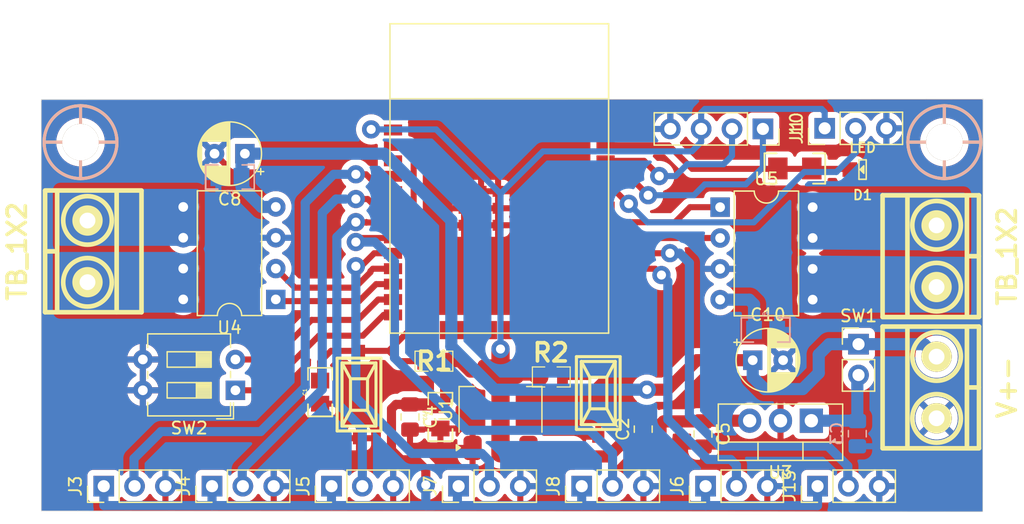
<source format=kicad_pcb>
(kicad_pcb (version 20240108) (generator "pcbnew") (generator_version "8.0")
  (layers (0 "F.Cu" signal) (31 "B.Cu" signal) (34 "B.Paste" user) (35 "F.Paste" user) (36 "B.SilkS" user "B.Silkscreen") (37 "F.SilkS" user "F.Silkscreen") (38 "B.Mask" user) (39 "F.Mask" user) (44 "Edge.Cuts" user))
  (net 0 "")
  (net 1 "GND")
  (net 2 "/EN")
  (net 3 "+5V")
  (net 4 "+3V3")
  (net 5 "VCC")
  (net 6 "/TXD")
  (net 7 "/RXD")
  (net 8 "/OUTM1A")
  (net 9 "/OUTM1B")
  (net 10 "/OUTM2A")
  (net 11 "/OUTM2B")
  (net 12 "/IOO")
  (net 25 "/M1B")
  (net 26 "/M1A")
  (net 27 "/M2B")
  (net 28 "/M2A")
  (net 29 "/SERVO")
  (net 30 "/Sensor1")
  (net 31 "/Sensor2")
  (net 32 "/Sensor3")
  (net 33 "/Sensor6")
  (net 34 "/Sensor4")
  (net 35 "/Sensor5")
  (net 36 "/Sensor7")
  (net 37 "/Boton1")
  (net 39 "/Boton2")
  (net 40 "/LED_1")
  (net 41 "Net-(D1-A)")
  (net 42 "Net-(SW1-B)")
  (footprint "Capacitor_SMD:C_0805_2012Metric_Pad1.18x1.45mm_HandSolder" (layer "F.Cu") (at 155.7 123.7 90)
    (property "Reference" "C2" (at 0 -1.68 -90) (layer "F.SilkS"))
    (property "Value" "1uF")
    (pad "1" smd roundrect (at -1.0375 0 90) (size 1.175 1.45) (layers "F.Cu" "F.Paste" "F.Mask") (roundrect_rratio 0.212766) (net 3 "+5V"))
    (pad "2" smd roundrect (at 1.0375 0 90) (size 1.175 1.45) (layers "F.Cu" "F.Paste" "F.Mask") (roundrect_rratio 0.212766) (net 1 "GND"))
  )
  (footprint "Capacitor_THT:CP_Radial_D5.0mm_P2.50mm" (layer "F.Cu") (at 164.714888 118.02)
    (property "Reference" "C10" (at 1.25 -3.75 0) (layer "F.SilkS"))
    (property "Value" "100uF")
    (pad "1" thru_hole rect (at 0 0) (size 1.6 1.6) (drill 0.8) (layers "*.Cu" "*.Mask") (net 5 "VCC"))
    (pad "2" thru_hole circle (at 2.5 0) (size 1.6 1.6) (drill 0.8) (layers "*.Cu" "*.Mask") (net 1 "GND"))
  )
  (footprint "EESTN5:R_1206" (layer "F.Cu") (at 168.18 102.22 180)
    (property "Reference" "R3" (hide yes))
    (property "Value" "220" (hide yes))
    (pad "1" smd rect (at 1.397 0 180) (size 1.6002 1.8034) (layers "F.Cu" "F.Paste" "F.Mask") (net 40 "/LED_1"))
    (pad "2" smd rect (at -1.397 0 180) (size 1.6002 1.8034) (layers "F.Cu" "F.Paste" "F.Mask") (net 41 "Net-(D1-A)"))
  )
  (footprint "Package_DIP:DIP-8_W7.62mm" (layer "F.Cu") (at 125.45 113.01 180)
    (property "Reference" "U4" (at 3.81 -2.33 180) (layer "F.SilkS"))
    (property "Value" "TA6586")
    (pad "1" thru_hole rect (at 0 0 180) (size 1.6 1.6) (drill 0.8) (layers "*.Cu" "*.Mask") (net 25 "/M1B"))
    (pad "2" thru_hole oval (at 0 2.54 180) (size 1.6 1.6) (drill 0.8) (layers "*.Cu" "*.Mask") (net 26 "/M1A"))
    (pad "3" thru_hole oval (at 0 5.08 180) (size 1.6 1.6) (drill 0.8) (layers "*.Cu" "*.Mask") (net 1 "GND"))
    (pad "4" thru_hole oval (at 0 7.62 180) (size 1.6 1.6) (drill 0.8) (layers "*.Cu" "*.Mask") (net 5 "VCC"))
    (pad "5" thru_hole oval (at 7.62 7.62 180) (size 1.6 1.6) (drill 0.8) (layers "*.Cu" "*.Mask") (net 9 "/OUTM1B"))
    (pad "6" thru_hole oval (at 7.62 5.08 180) (size 1.6 1.6) (drill 0.8) (layers "*.Cu" "*.Mask") (net 9 "/OUTM1B"))
    (pad "7" thru_hole oval (at 7.62 2.54 180) (size 1.6 1.6) (drill 0.8) (layers "*.Cu" "*.Mask") (net 8 "/OUTM1A"))
    (pad "8" thru_hole oval (at 7.62 0 180) (size 1.6 1.6) (drill 0.8) (layers "*.Cu" "*.Mask") (net 8 "/OUTM1A"))
  )
  (footprint "EESTN5:BORNERA2_AZUL" (layer "F.Cu") (at 179.85 120.265 90)
    (property "Reference" "J2" (hide yes))
    (property "Value" "V+-" (at 0 5.8 -90) (layer "F.SilkS") (effects (font (size 1.5 1.5) (thickness 0.3))))
    (pad "1" thru_hole circle (at -2.54 0 90) (size 2.5 2.5) (drill 1.3) (layers "*.Cu" "*.Mask" "F.SilkS") (net 1 "GND"))
    (pad "2" thru_hole circle (at 2.54 0 90) (size 2.5 2.5) (drill 1.3) (layers "*.Cu" "*.Mask" "F.SilkS") (net 5 "VCC"))
  )
  (footprint "Connector_PinHeader_2.54mm:PinHeader_1x03_P2.54mm_Vertical" (layer "F.Cu") (at 111.285 128.4 90)
    (property "Reference" "J3" (at 0 -2.33 -90) (layer "F.SilkS"))
    (property "Value" "Sensor1")
    (pad "1" thru_hole rect (at 0 0 90) (size 1.7 1.7) (drill 1) (layers "*.Cu" "*.Mask") (net 4 "+3V3"))
    (pad "2" thru_hole oval (at 0 2.54 90) (size 1.7 1.7) (drill 1) (layers "*.Cu" "*.Mask") (net 30 "/Sensor1"))
    (pad "3" thru_hole oval (at 0 5.08 90) (size 1.7 1.7) (drill 1) (layers "*.Cu" "*.Mask") (net 1 "GND"))
  )
  (footprint "Package_DIP:DIP-8_W7.62mm" (layer "F.Cu") (at 162.03 105.41)
    (property "Reference" "U5" (at 3.81 -2.33 0) (layer "F.SilkS"))
    (property "Value" "TA6586")
    (pad "1" thru_hole rect (at 0 0) (size 1.6 1.6) (drill 0.8) (layers "*.Cu" "*.Mask") (net 27 "/M2B"))
    (pad "2" thru_hole oval (at 0 2.54) (size 1.6 1.6) (drill 0.8) (layers "*.Cu" "*.Mask") (net 28 "/M2A"))
    (pad "3" thru_hole oval (at 0 5.08) (size 1.6 1.6) (drill 0.8) (layers "*.Cu" "*.Mask") (net 1 "GND"))
    (pad "4" thru_hole oval (at 0 7.62) (size 1.6 1.6) (drill 0.8) (layers "*.Cu" "*.Mask") (net 5 "VCC"))
    (pad "5" thru_hole oval (at 7.62 7.62) (size 1.6 1.6) (drill 0.8) (layers "*.Cu" "*.Mask") (net 11 "/OUTM2B"))
    (pad "6" thru_hole oval (at 7.62 5.08) (size 1.6 1.6) (drill 0.8) (layers "*.Cu" "*.Mask") (net 11 "/OUTM2B"))
    (pad "7" thru_hole oval (at 7.62 2.54) (size 1.6 1.6) (drill 0.8) (layers "*.Cu" "*.Mask") (net 10 "/OUTM2A"))
    (pad "8" thru_hole oval (at 7.62 0) (size 1.6 1.6) (drill 0.8) (layers "*.Cu" "*.Mask") (net 10 "/OUTM2A"))
  )
  (footprint "Capacitor_SMD:C_0805_2012Metric_Pad1.18x1.45mm_HandSolder" (layer "F.Cu") (at 160.62 124.1 -90)
    (property "Reference" "C5" (at 0 -1.68 90) (layer "F.SilkS"))
    (property "Value" "1uF")
    (pad "1" smd roundrect (at -1.0375 0 270) (size 1.175 1.45) (layers "F.Cu" "F.Paste" "F.Mask") (roundrect_rratio 0.212766) (net 3 "+5V"))
    (pad "2" smd roundrect (at 1.0375 0 270) (size 1.175 1.45) (layers "F.Cu" "F.Paste" "F.Mask") (roundrect_rratio 0.212766) (net 1 "GND"))
  )
  (footprint "EESTN5:BORNERA2_AZUL" (layer "F.Cu") (at 179.85 109.45 90)
    (property "Reference" "J9" (hide yes))
    (property "Value" "TB_1X2" (at 0 5.8 -90) (layer "F.SilkS") (effects (font (size 1.5 1.5) (thickness 0.3))))
    (pad "1" thru_hole circle (at -2.54 0 90) (size 2.5 2.5) (drill 1.3) (layers "*.Cu" "*.Mask" "F.SilkS") (net 11 "/OUTM2B"))
    (pad "2" thru_hole circle (at 2.54 0 90) (size 2.5 2.5) (drill 1.3) (layers "*.Cu" "*.Mask" "F.SilkS") (net 10 "/OUTM2A"))
  )
  (footprint "EESTN5:ESP32-WROOM-32E" (layer "F.Cu") (at 143.85 106.035)
    (property "Reference" "U2" (hide yes))
    (property "Value" "ESP32-WROOM-32E")
    (pad "3V3" smd rect (at -8.75 -6.985) (size 1.5 0.9) (layers "F.Cu" "F.Paste" "F.Mask") (net 4 "+3V3"))
    (pad "5" smd rect (at -8.75 -4.445) (size 1.5 0.9) (layers "F.Cu" "F.Paste" "F.Mask"))
    (pad "8" smd rect (at -8.75 -3.175) (size 1.5 0.9) (layers "F.Cu" "F.Paste" "F.Mask"))
    (pad "9" smd rect (at -8.75 -5.715) (size 1.5 0.9) (layers "F.Cu" "F.Paste" "F.Mask") (net 2 "/EN"))
    (pad "10" smd rect (at -8.75 -1.905) (size 1.5 0.9) (layers "F.Cu" "F.Paste" "F.Mask") (net 30 "/Sensor1"))
    (pad "11" smd rect (at -8.75 -0.635) (size 1.5 0.9) (layers "F.Cu" "F.Paste" "F.Mask") (net 31 "/Sensor2"))
    (pad "12" smd rect (at -8.75 0.635) (size 1.5 0.9) (layers "F.Cu" "F.Paste" "F.Mask") (net 32 "/Sensor3"))
    (pad "13" smd rect (at -8.75 1.905) (size 1.5 0.9) (layers "F.Cu" "F.Paste" "F.Mask") (net 35 "/Sensor5"))
    (pad "14" smd rect (at -8.75 3.175) (size 1.5 0.9) (layers "F.Cu" "F.Paste" "F.Mask") (net 34 "/Sensor4"))
    (pad "15" smd rect (at -8.75 4.445) (size 1.5 0.9) (layers "F.Cu" "F.Paste" "F.Mask") (net 26 "/M1A"))
    (pad "16" smd rect (at -8.75 5.715) (size 1.5 0.9) (layers "F.Cu" "F.Paste" "F.Mask") (net 25 "/M1B"))
    (pad "17" smd rect (at -8.75 6.985) (size 1.5 0.9) (layers "F.Cu" "F.Paste" "F.Mask") (net 37 "/Boton1"))
    (pad "18" smd rect (at -8.75 8.255) (size 1.5 0.9) (layers "F.Cu" "F.Paste" "F.Mask") (net 39 "/Boton2"))
    (pad "20" smd rect (at -4.445 9.505 90) (size 1.5 0.9) (layers "F.Cu" "F.Paste" "F.Mask"))
    (pad "21" smd rect (at 4.445 9.505 90) (size 1.5 0.9) (layers "F.Cu" "F.Paste" "F.Mask"))
    (pad "22" smd rect (at 5.715 9.505 90) (size 1.5 0.9) (layers "F.Cu" "F.Paste" "F.Mask"))
    (pad "23" smd rect (at 8.75 8.255 180) (size 1.5 0.9) (layers "F.Cu" "F.Paste" "F.Mask") (net 12 "/IOO"))
    (pad "24" smd rect (at 8.75 6.985 180) (size 1.5 0.9) (layers "F.Cu" "F.Paste" "F.Mask"))
    (pad "25" smd rect (at 8.75 5.715 180) (size 1.5 0.9) (layers "F.Cu" "F.Paste" "F.Mask"))
    (pad "27" smd rect (at 8.75 4.445 180) (size 1.5 0.9) (layers "F.Cu" "F.Paste" "F.Mask") (net 33 "/Sensor6"))
    (pad "28" smd rect (at -3.175 9.505 90) (size 1.5 0.9) (layers "F.Cu" "F.Paste" "F.Mask"))
    (pad "29" smd rect (at -1.905 9.505 90) (size 1.5 0.9) (layers "F.Cu" "F.Paste" "F.Mask"))
    (pad "30" smd rect (at -0.635 9.505 90) (size 1.5 0.9) (layers "F.Cu" "F.Paste" "F.Mask"))
    (pad "31" smd rect (at 0.635 9.505 90) (size 1.5 0.9) (layers "F.Cu" "F.Paste" "F.Mask"))
    (pad "32" smd rect (at 1.905 9.505 90) (size 1.5 0.9) (layers "F.Cu" "F.Paste" "F.Mask"))
    (pad "33" smd rect (at 3.175 9.505 90) (size 1.5 0.9) (layers "F.Cu" "F.Paste" "F.Mask"))
    (pad "34" smd rect (at 8.75 3.175 180) (size 1.5 0.9) (layers "F.Cu" "F.Paste" "F.Mask") (net 36 "/Sensor7"))
    (pad "35" smd rect (at 8.75 1.905 180) (size 1.5 0.9) (layers "F.Cu" "F.Paste" "F.Mask") (net 28 "/M2A"))
    (pad "36" smd rect (at 8.75 -6.985 180) (size 1.5 0.9) (layers "F.Cu" "F.Paste" "F.Mask"))
    (pad "38" smd rect (at 8.75 0.635 180) (size 1.5 0.9) (layers "F.Cu" "F.Paste" "F.Mask") (net 27 "/M2B"))
    (pad "39" smd rect (at 8.75 -5.715 180) (size 1.5 0.9) (layers "F.Cu" "F.Paste" "F.Mask") (net 40 "/LED_1"))
    (pad "40" smd rect (at 8.75 -3.175 180) (size 1.5 0.9) (layers "F.Cu" "F.Paste" "F.Mask") (net 7 "/RXD"))
    (pad "41" smd rect (at 8.75 -4.445 180) (size 1.5 0.9) (layers "F.Cu" "F.Paste" "F.Mask") (net 6 "/TXD"))
    (pad "42" smd rect (at 8.75 -1.905 180) (size 1.5 0.9) (layers "F.Cu" "F.Paste" "F.Mask") (net 29 "/SERVO"))
    (pad "GND" smd rect (at -8.75 -8.255) (size 1.5 0.9) (layers "F.Cu" "F.Paste" "F.Mask") (net 1 "GND"))
    (pad "GND" smd rect (at -5.715 9.505 90) (size 1.5 0.9) (layers "F.Cu" "F.Paste" "F.Mask") (net 1 "GND"))
    (pad "GND" smd rect (at -2.9 -1.935) (size 0.9 0.9) (layers "F.Cu" "F.Paste" "F.Mask") (net 1 "GND"))
    (pad "GND" smd rect (at -2.9 -0.535) (size 0.9 0.9) (layers "F.Cu" "F.Paste" "F.Mask") (net 1 "GND"))
    (pad "GND" smd rect (at -2.9 0.865) (size 0.9 0.9) (layers "F.Cu" "F.Paste" "F.Mask") (net 1 "GND"))
    (pad "GND" smd rect (at -1.5 -1.935) (size 0.9 0.9) (layers "F.Cu" "F.Paste" "F.Mask") (net 1 "GND"))
    (pad "GND" smd rect (at -1.5 -0.535) (size 0.9 0.9) (layers "F.Cu" "F.Paste" "F.Mask") (net 1 "GND"))
    (pad "GND" smd rect (at -1.5 0.865) (size 0.9 0.9) (layers "F.Cu" "F.Paste" "F.Mask") (net 1 "GND"))
    (pad "GND" smd rect (at -0.1 -1.935) (size 0.9 0.9) (layers "F.Cu" "F.Paste" "F.Mask") (net 1 "GND"))
    (pad "GND" smd rect (at -0.1 -0.535) (size 0.9 0.9) (layers "F.Cu" "F.Paste" "F.Mask") (net 1 "GND"))
    (pad "GND" smd rect (at -0.1 0.865) (size 0.9 0.9) (layers "F.Cu" "F.Paste" "F.Mask") (net 1 "GND"))
    (pad "GND" smd rect (at 8.75 -8.255 180) (size 1.5 0.9) (layers "F.Cu" "F.Paste" "F.Mask") (net 1 "GND"))
    (pad "NC" smd rect (at 8.75 -0.635 180) (size 1.5 0.9) (layers "F.Cu" "F.Paste" "F.Mask"))
    (zone (net 0) (net_name "") (layer "F.Cu") (connect_pads (clearance 0)) (min_thickness 0.01)
      (keepout (tracks not_allowed) (vias not_allowed) (pads not_allowed) (copperpour not_allowed) (footprints allowed))
      (fill (thermal_gap 0.508) (thermal_bridge_width 0.508))
      (polygon (pts (xy 134.85 90.29) (xy 152.85 90.29) (xy 152.85 96.48) (xy 134.85 96.48)))
    )
  )
  (footprint "Connector_PinHeader_2.54mm:PinHeader_1x03_P2.54mm_Vertical" (layer "F.Cu") (at 170.05 128.4 90)
    (property "Reference" "J13" (at 0 -2.33 -90) (layer "F.SilkS"))
    (property "Value" "Sensor7")
    (pad "1" thru_hole rect (at 0 0 90) (size 1.7 1.7) (drill 1) (layers "*.Cu" "*.Mask") (net 4 "+3V3"))
    (pad "2" thru_hole oval (at 0 2.54 90) (size 1.7 1.7) (drill 1) (layers "*.Cu" "*.Mask") (net 36 "/Sensor7"))
    (pad "3" thru_hole oval (at 0 5.08 90) (size 1.7 1.7) (drill 1) (layers "*.Cu" "*.Mask") (net 1 "GND"))
  )
  (footprint "Capacitor_SMD:C_0805_2012Metric_Pad1.18x1.45mm_HandSolder" (layer "F.Cu") (at 136.5 122.7 -90)
    (property "Reference" "C4" (at 0 -1.68 90) (layer "F.SilkS"))
    (property "Value" "1uF")
    (pad "1" smd roundrect (at -1.0375 0 270) (size 1.175 1.45) (layers "F.Cu" "F.Paste" "F.Mask") (roundrect_rratio 0.212766) (net 4 "+3V3"))
    (pad "2" smd roundrect (at 1.0375 0 270) (size 1.175 1.45) (layers "F.Cu" "F.Paste" "F.Mask") (roundrect_rratio 0.212766) (net 1 "GND"))
  )
  (footprint "Capacitor_THT:CP_Radial_D5.0mm_P2.50mm" (layer "F.Cu") (at 122.905112 101 180)
    (property "Reference" "C8" (at 1.25 -3.75 180) (layer "F.SilkS"))
    (property "Value" "100uF")
    (pad "1" thru_hole rect (at 0 0 180) (size 1.6 1.6) (drill 0.8) (layers "*.Cu" "*.Mask") (net 5 "VCC"))
    (pad "2" thru_hole circle (at 2.5 0 180) (size 1.6 1.6) (drill 0.8) (layers "*.Cu" "*.Mask") (net 1 "GND"))
  )
  (footprint "EESTN5:C_0805" (layer "F.Cu") (at 129.1 120.65 90)
    (property "Reference" "C1" (at 0 -1.25 -90) (layer "F.SilkS") (effects (font (size 0.29972 0.29972) (thickness 0.06096))))
    (property "Value" "100nF" (hide yes))
    (pad "1" smd rect (at 0.9525 0 90) (size 1.30048 1.4986) (layers "F.Cu" "F.Paste" "F.Mask") (net 2 "/EN"))
    (pad "2" smd rect (at -0.9525 0 90) (size 1.30048 1.4986) (layers "F.Cu" "F.Paste" "F.Mask") (net 1 "GND"))
  )
  (footprint "Connector_PinHeader_2.54mm:PinHeader_1x03_P2.54mm_Vertical" (layer "F.Cu") (at 150.635 128.4 90)
    (property "Reference" "J8" (at 0 -2.33 -90) (layer "F.SilkS"))
    (property "Value" "Sensor5")
    (pad "1" thru_hole rect (at 0 0 90) (size 1.7 1.7) (drill 1) (layers "*.Cu" "*.Mask") (net 4 "+3V3"))
    (pad "2" thru_hole oval (at 0 2.54 90) (size 1.7 1.7) (drill 1) (layers "*.Cu" "*.Mask") (net 35 "/Sensor5"))
    (pad "3" thru_hole oval (at 0 5.08 90) (size 1.7 1.7) (drill 1) (layers "*.Cu" "*.Mask") (net 1 "GND"))
  )
  (footprint "EESTN5:Led_0805" (layer "F.Cu") (at 173.75902 102.31 180)
    (property "Reference" "D1" (at -0.00098 -2.1 180) (layer "F.SilkS") (effects (font (size 0.8001 0.8001) (thickness 0.14986))))
    (property "Value" "LED" (at 0 1.80086 180) (layer "F.SilkS") (effects (font (size 0.8001 0.8001) (thickness 0.14986))))
    (pad "1" smd rect (at -1.04902 0 180) (size 1.19888 1.19888) (layers "F.Cu" "F.Paste" "F.Mask") (net 1 "GND"))
    (pad "2" smd rect (at 1.04902 0 180) (size 1.19888 1.19888) (layers "F.Cu" "F.Paste" "F.Mask") (net 41 "Net-(D1-A)"))
  )
  (footprint "Button_Switch_THT:SW_DIP_SPSTx02_Slide_6.7x6.64mm_W7.62mm_P2.54mm_LowProfile" (layer "F.Cu") (at 122.125 120.5 180)
    (property "Reference" "SW2" (at 3.81 -3.11 180) (layer "F.SilkS"))
    (property "Value" "SW_DIP_x02")
    (pad "1" thru_hole rect (at 0 0 180) (size 1.6 1.6) (drill 0.8) (layers "*.Cu" "*.Mask") (net 39 "/Boton2"))
    (pad "2" thru_hole oval (at 0 2.54 180) (size 1.6 1.6) (drill 0.8) (layers "*.Cu" "*.Mask") (net 37 "/Boton1"))
    (pad "3" thru_hole oval (at 7.62 2.54 180) (size 1.6 1.6) (drill 0.8) (layers "*.Cu" "*.Mask") (net 1 "GND"))
    (pad "4" thru_hole oval (at 7.62 0 180) (size 1.6 1.6) (drill 0.8) (layers "*.Cu" "*.Mask") (net 1 "GND"))
  )
  (footprint "EESTN5:R_0805" (layer "F.Cu") (at 138.5 118.1 180)
    (property "Reference" "R1" (at 0 0 0) (layer "F.SilkS") (effects (font (size 1.5 1.5) (thickness 0.3))))
    (property "Value" "10k" (hide yes))
    (pad "1" smd rect (at -0.9525 0 180) (size 0.889 1.397) (layers "F.Cu" "F.Paste" "F.Mask") (net 4 "+3V3"))
    (pad "2" smd rect (at 0.9525 0 180) (size 0.889 1.397) (layers "F.Cu" "F.Paste" "F.Mask") (net 2 "/EN"))
  )
  (footprint "Package_TO_SOT_THT:TO-220-3_Vertical" (layer "F.Cu") (at 169.54 123.005 180)
    (property "Reference" "U3" (at 2.54 -4.27 180) (layer "F.SilkS"))
    (property "Value" "LM7805_TO220")
    (pad "1" thru_hole rect (at 0 0 180) (size 1.905 2) (drill 1.1) (layers "*.Cu" "*.Mask") (net 42 "Net-(SW1-B)"))
    (pad "2" thru_hole oval (at 2.54 0 180) (size 1.905 2) (drill 1.1) (layers "*.Cu" "*.Mask") (net 1 "GND"))
    (pad "3" thru_hole oval (at 5.08 0 180) (size 1.905 2) (drill 1.1) (layers "*.Cu" "*.Mask") (net 3 "+5V"))
  )
  (footprint "Connector_PinHeader_2.54mm:PinHeader_1x03_P2.54mm_Vertical" (layer "F.Cu") (at 170.64 98.91 90)
    (property "Reference" "J10" (at 0 -2.33 270) (layer "F.SilkS"))
    (property "Value" "Servo")
    (pad "1" thru_hole rect (at 0 0 90) (size 1.7 1.7) (drill 1) (layers "*.Cu" "*.Mask") (net 4 "+3V3"))
    (pad "2" thru_hole oval (at 0 2.54 90) (size 1.7 1.7) (drill 1) (layers "*.Cu" "*.Mask") (net 29 "/SERVO"))
    (pad "3" thru_hole oval (at 0 5.08 90) (size 1.7 1.7) (drill 1) (layers "*.Cu" "*.Mask") (net 1 "GND"))
  )
  (footprint "Connector_PinHeader_2.54mm:PinHeader_1x03_P2.54mm_Vertical" (layer "F.Cu") (at 130.035 128.4 90)
    (property "Reference" "J5" (at 0 -2.33 -90) (layer "F.SilkS"))
    (property "Value" "Sensor3")
    (pad "1" thru_hole rect (at 0 0 90) (size 1.7 1.7) (drill 1) (layers "*.Cu" "*.Mask") (net 4 "+3V3"))
    (pad "2" thru_hole oval (at 0 2.54 90) (size 1.7 1.7) (drill 1) (layers "*.Cu" "*.Mask") (net 32 "/Sensor3"))
    (pad "3" thru_hole oval (at 0 5.08 90) (size 1.7 1.7) (drill 1) (layers "*.Cu" "*.Mask") (net 1 "GND"))
  )
  (footprint "Package_TO_SOT_SMD:SOT-223-3_TabPin2" (layer "F.Cu") (at 143.95 122.1 90)
    (property "Reference" "U1" (at 0 -4.5 -90) (layer "F.SilkS"))
    (property "Value" "AMS1117-3.3")
    (pad "1" smd roundrect (at -3.15 -2.3 90) (size 2 1.5) (layers "F.Cu" "F.Paste" "F.Mask") (net 1 "GND"))
    (pad "2" smd roundrect (at -3.15 0 90) (size 2 1.5) (layers "F.Cu" "F.Paste" "F.Mask") (net 4 "+3V3"))
    (pad "2" smd roundrect (at 3.15 0 90) (size 2 3.8) (layers "F.Cu" "F.Paste" "F.Mask") (net 4 "+3V3"))
    (pad "3" smd roundrect (at -3.15 2.3 90) (size 2 1.5) (layers "F.Cu" "F.Paste" "F.Mask") (net 3 "+5V"))
  )
  (footprint "Connector_PinHeader_2.54mm:PinHeader_1x03_P2.54mm_Vertical" (layer "F.Cu") (at 140.5 128.4 90)
    (property "Reference" "J7" (at 0 -2.33 -90) (layer "F.SilkS"))
    (property "Value" "Sensor4")
    (pad "1" thru_hole rect (at 0 0 90) (size 1.7 1.7) (drill 1) (layers "*.Cu" "*.Mask") (net 4 "+3V3"))
    (pad "2" thru_hole oval (at 0 2.54 90) (size 1.7 1.7) (drill 1) (layers "*.Cu" "*.Mask") (net 34 "/Sensor4"))
    (pad "3" thru_hole oval (at 0 5.08 90) (size 1.7 1.7) (drill 1) (layers "*.Cu" "*.Mask") (net 1 "GND"))
  )
  (footprint "Connector_PinHeader_2.54mm:PinHeader_1x03_P2.54mm_Vertical" (layer "F.Cu") (at 160.835 128.4 90)
    (property "Reference" "J6" (at 0 -2.33 -90) (layer "F.SilkS"))
    (property "Value" "Sensor6")
    (pad "1" thru_hole rect (at 0 0 90) (size 1.7 1.7) (drill 1) (layers "*.Cu" "*.Mask") (net 4 "+3V3"))
    (pad "2" thru_hole oval (at 0 2.54 90) (size 1.7 1.7) (drill 1) (layers "*.Cu" "*.Mask") (net 33 "/Sensor6"))
    (pad "3" thru_hole oval (at 0 5.08 90) (size 1.7 1.7) (drill 1) (layers "*.Cu" "*.Mask") (net 1 "GND"))
  )
  (footprint "EESTN5:hole_3mm" (layer "F.Cu") (at 109.375 100.05)
    (property "Reference" "H1" (hide yes))
    (property "Value" "Mounting_Hole" (hide yes))
    (pad "1" thru_hole circle (at 0 0) (size 3 3) (drill 3) (layers "*.Cu" "F.SilkS"))
  )
  (footprint "EESTN5:Pulsador_SMD_2_BAJO" (layer "F.Cu") (at 152 120.725 90)
    (property "Reference" "SW_BOOT1" (hide yes))
    (property "Value" "SW_Push" (hide yes))
    (pad "1" smd rect (at -3.59918 0 90) (size 1.00076 1.00076) (layers "F.Cu" "F.Paste" "F.Mask") (net 1 "GND"))
    (pad "2" smd rect (at 3.59918 0 90) (size 1.00076 1.00076) (layers "F.Cu" "F.Paste" "F.Mask") (net 12 "/IOO"))
  )
  (footprint "EESTN5:BORNERA2_AZUL" (layer "F.Cu") (at 109.94875 109.05 -90)
    (property "Reference" "J14" (hide yes))
    (property "Value" "TB_1X2" (at 0 5.8 90) (layer "F.SilkS") (effects (font (size 1.5 1.5) (thickness 0.3))))
    (pad "1" thru_hole circle (at -2.54 0 270) (size 2.5 2.5) (drill 1.3) (layers "*.Cu" "*.Mask" "F.SilkS") (net 9 "/OUTM1B"))
    (pad "2" thru_hole circle (at 2.54 0 270) (size 2.5 2.5) (drill 1.3) (layers "*.Cu" "*.Mask" "F.SilkS") (net 8 "/OUTM1A"))
  )
  (footprint "EESTN5:R_0805" (layer "F.Cu") (at 148.1 119.4)
    (property "Reference" "R2" (at 0 -2 0) (layer "F.SilkS") (effects (font (size 1.5 1.5) (thickness 0.3))))
    (property "Value" "10k" (hide yes))
    (pad "1" smd rect (at -0.9525 0) (size 0.889 1.397) (layers "F.Cu" "F.Paste" "F.Mask") (net 4 "+3V3"))
    (pad "2" smd rect (at 0.9525 0) (size 0.889 1.397) (layers "F.Cu" "F.Paste" "F.Mask") (net 12 "/IOO"))
  )
  (footprint "EESTN5:hole_3mm" (layer "F.Cu") (at 180.49 100.05)
    (property "Reference" "H2" (hide yes))
    (property "Value" "Mounting_Hole" (hide yes))
    (pad "1" thru_hole circle (at 0 0) (size 3 3) (drill 3) (layers "*.Cu" "F.SilkS"))
  )
  (footprint "Connector_PinSocket_2.54mm:PinSocket_1x04_P2.54mm_Vertical" (layer "F.Cu") (at 165.55 98.96 -90)
    (property "Reference" "J1" (at 0 -2.77 90) (layer "F.SilkS"))
    (property "Value" "FTDI")
    (pad "1" thru_hole rect (at 0 0 270) (size 1.7 1.7) (drill 1) (layers "*.Cu" "*.Mask") (net 7 "/RXD"))
    (pad "2" thru_hole oval (at 0 2.54 270) (size 1.7 1.7) (drill 1) (layers "*.Cu" "*.Mask") (net 6 "/TXD"))
    (pad "3" thru_hole oval (at 0 5.08 270) (size 1.7 1.7) (drill 1) (layers "*.Cu" "*.Mask") (net 4 "+3V3"))
    (pad "4" thru_hole oval (at 0 7.62 270) (size 1.7 1.7) (drill 1) (layers "*.Cu" "*.Mask") (net 1 "GND"))
  )
  (footprint "EESTN5:C_0805" (layer "F.Cu") (at 139 122.69425 90)
    (property "Reference" "C6" (at 0 -1.25 -90) (layer "F.SilkS") (effects (font (size 0.29972 0.29972) (thickness 0.06096))))
    (property "Value" "100nF" (hide yes))
    (pad "1" smd rect (at 0.9525 0 90) (size 1.30048 1.4986) (layers "F.Cu" "F.Paste" "F.Mask") (net 4 "+3V3"))
    (pad "2" smd rect (at -0.9525 0 90) (size 1.30048 1.4986) (layers "F.Cu" "F.Paste" "F.Mask") (net 1 "GND"))
  )
  (footprint "EESTN5:Pulsador_SMD_2_BAJO" (layer "F.Cu") (at 132.3 120.85 90)
    (property "Reference" "SW_EN1" (hide yes))
    (property "Value" "SW_Push" (hide yes))
    (pad "1" smd rect (at -3.59918 0 90) (size 1.00076 1.00076) (layers "F.Cu" "F.Paste" "F.Mask") (net 1 "GND"))
    (pad "2" smd rect (at 3.59918 0 90) (size 1.00076 1.00076) (layers "F.Cu" "F.Paste" "F.Mask") (net 2 "/EN"))
  )
  (footprint "Connector_PinHeader_2.54mm:PinHeader_1x02_P2.54mm_Vertical" (layer "F.Cu") (at 173.425 116.7)
    (property "Reference" "SW1" (at 0 -2.33 0) (layer "F.SilkS"))
    (property "Value" "SW_SPST")
    (pad "1" thru_hole rect (at 0 0) (size 1.7 1.7) (drill 1) (layers "*.Cu" "*.Mask") (net 5 "VCC"))
    (pad "2" thru_hole oval (at 0 2.54) (size 1.7 1.7) (drill 1) (layers "*.Cu" "*.Mask") (net 42 "Net-(SW1-B)"))
  )
  (footprint "Connector_PinHeader_2.54mm:PinHeader_1x03_P2.54mm_Vertical" (layer "F.Cu") (at 120.2 128.4 90)
    (property "Reference" "J4" (at 0 -2.33 -90) (layer "F.SilkS"))
    (property "Value" "Sensor2")
    (pad "1" thru_hole rect (at 0 0 90) (size 1.7 1.7) (drill 1) (layers "*.Cu" "*.Mask") (net 4 "+3V3"))
    (pad "2" thru_hole oval (at 0 2.54 90) (size 1.7 1.7) (drill 1) (layers "*.Cu" "*.Mask") (net 31 "/Sensor2"))
    (pad "3" thru_hole oval (at 0 5.08 90) (size 1.7 1.7) (drill 1) (layers "*.Cu" "*.Mask") (net 1 "GND"))
  )
  (footprint "Capacitor_SMD:C_0805_2012Metric_Pad1.18x1.45mm_HandSolder" (layer "B.Cu") (at 173.325 124.075 -90)
    (property "Reference" "C3" (at 0 1.68 90) (layer "B.SilkS") (effects (justify mirror)))
    (property "Value" "1uF")
    (pad "1" smd roundrect (at -1.0375 0 270) (size 1.175 1.45) (layers "B.Cu" "B.Paste" "B.Mask") (roundrect_rratio 0.212766) (net 42 "Net-(SW1-B)"))
    (pad "2" smd roundrect (at 1.0375 0 270) (size 1.175 1.45) (layers "B.Cu" "B.Paste" "B.Mask") (roundrect_rratio 0.212766) (net 1 "GND"))
  )
  (footprint "EESTN5:C_0805" (layer "B.Cu") (at 121.675 102.925)
    (property "Reference" "C7" (at 0 1.25 0) (layer "B.SilkS") (effects (font (size 0.29972 0.29972) (thickness 0.06096)) (justify mirror)))
    (property "Value" "0.1uF" (hide yes))
    (pad "1" smd rect (at 0.9525 0) (size 1.30048 1.4986) (layers "B.Cu" "B.Paste" "B.Mask") (net 5 "VCC"))
    (pad "2" smd rect (at -0.9525 0) (size 1.30048 1.4986) (layers "B.Cu" "B.Paste" "B.Mask") (net 1 "GND"))
  )
  (footprint "EESTN5:C_0805" (layer "B.Cu") (at 165.775 115.525 180)
    (property "Reference" "C9" (at 0 1.25 180) (layer "B.SilkS") (effects (font (size 0.29972 0.29972) (thickness 0.06096)) (justify mirror)))
    (property "Value" "0.1uF" (hide yes))
    (pad "1" smd rect (at 0.9525 0 180) (size 1.30048 1.4986) (layers "B.Cu" "B.Paste" "B.Mask") (net 5 "VCC"))
    (pad "2" smd rect (at -0.9525 0 180) (size 1.30048 1.4986) (layers "B.Cu" "B.Paste" "B.Mask") (net 1 "GND"))
  )
  (gr_line (start 106.15 96.54) (end 106.15 130.44) (stroke (width 0.05)) (layer "Edge.Cuts"))
  (gr_line (start 183.65 130.5) (end 183.67 96.5) (stroke (width 0.05)) (layer "Edge.Cuts"))
  (gr_line (start 106.15 130.44) (end 183.65 130.5) (stroke (width 0.05)) (layer "Edge.Cuts"))
  (gr_line (start 109.15 130.45) (end 109.15 130.45) (stroke (width 0.05)) (layer "Edge.Cuts"))
  (gr_line (start 183.67 96.5) (end 106.15 96.54) (stroke (width 0.05)) (layer "Edge.Cuts"))
  (segment (start 134.74918 117.25082) (end 136.8 115.2) (width 0.5) (layer "F.Cu") (net 2))
  (segment (start 136.35 100.32) (end 135.1 100.32) (width 0.5) (layer "F.Cu") (net 2))
  (segment (start 129.99918 117.25082) (end 132.3 117.25082) (width 0.5) (layer "F.Cu") (net 2))
  (segment (start 137.5475 118.1) (end 135.59836 118.1) (width 0.5) (layer "F.Cu") (net 2))
  (segment (start 129.1 118.15) (end 129.99918 117.25082) (width 0.5) (layer "F.Cu") (net 2))
  (segment (start 135.59836 118.1) (end 134.74918 117.25082) (width 0.5) (layer "F.Cu") (net 2))
  (segment (start 136.8 100.77) (end 136.35 100.32) (width 0.5) (layer "F.Cu") (net 2))
  (segment (start 129.1 119.6975) (end 129.1 118.15) (width 0.5) (layer "F.Cu") (net 2))
  (segment (start 136.8 115.2) (end 136.8 100.77) (width 0.5) (layer "F.Cu") (net 2))
  (segment (start 132.3 117.25082) (end 134.74918 117.25082) (width 0.5) (layer "F.Cu") (net 2))
  (segment (start 156.5625 124.7375) (end 157.125 124.175) (width 1) (layer "F.Cu") (net 3))
  (segment (start 164.46 123.005) (end 160.6775 123.005) (width 1) (layer "F.Cu") (net 3))
  (segment (start 157.125 123.3125) (end 157.375 123.0625) (width 1) (layer "F.Cu") (net 3))
  (segment (start 160.6775 123.005) (end 160.62 123.0625) (width 1) (layer "F.Cu") (net 3))
  (segment (start 152.85044 125.94956) (end 154.0625 124.7375) (width 1) (layer "F.Cu") (net 3))
  (segment (start 157.375 123.0625) (end 160.62 123.0625) (width 1) (layer "F.Cu") (net 3))
  (segment (start 150.59918 125.94956) (end 152.85044 125.94956) (width 1) (layer "F.Cu") (net 3))
  (segment (start 146.25 125.7) (end 146.7 125.25) (width 1) (layer "F.Cu") (net 3))
  (segment (start 155.7 124.7375) (end 156.5625 124.7375) (width 1) (layer "F.Cu") (net 3))
  (segment (start 146.7 125.25) (end 149.89962 125.25) (width 1) (layer "F.Cu") (net 3))
  (segment (start 154.0625 124.7375) (end 155.7 124.7375) (width 1) (layer "F.Cu") (net 3))
  (segment (start 149.89962 125.25) (end 150.59918 125.94956) (width 1) (layer "F.Cu") (net 3))
  (segment (start 157.125 124.175) (end 157.125 123.3125) (width 1) (layer "F.Cu") (net 3))
  (segment (start 143.95 118.95) (end 141.45 118.95) (width 1) (layer "F.Cu") (net 4))
  (segment (start 146.6975 118.95) (end 147.1475 119.4) (width 1.5) (layer "F.Cu") (net 4))
  (segment (start 143.95 118.95) (end 143.95 117.25) (width 1.5) (layer "F.Cu") (net 4))
  (segment (start 135.3375 121.6625) (end 134.975 122.025) (width 0.75) (layer "F.Cu") (net 4))
  (segment (start 134.975 125.425) (end 135.775 126.225) (width 0.75) (layer "F.Cu") (net 4))
  (segment (start 133.3 99) (end 135.05 99) (width 0.5) (layer "F.Cu") (net 4))
  (segment (start 139.475 121.2725) (end 139.085 121.6625) (width 1) (layer "F.Cu") (net 4))
  (segment (start 137.8 128.3) (end 137.8 128.5) (width 0.75) (layer "F.Cu") (net 4))
  (segment (start 137.8 127.025) (end 137.8 128.3) (width 0.75) (layer "F.Cu") (net 4))
  (segment (start 137 126.225) (end 137.8 127.025) (width 0.75) (layer "F.Cu") (net 4))
  (segment (start 139.475 118.1225) (end 139.475 121.2725) (width 1) (layer "F.Cu") (net 4))
  (segment (start 134.975 122.025) (end 134.975 125.425) (width 0.75) (layer "F.Cu") (net 4))
  (segment (start 136.5 121.6625) (end 135.3375 121.6625) (width 0.75) (layer "F.Cu") (net 4))
  (segment (start 135.775 126.225) (end 137 126.225) (width 0.75) (layer "F.Cu") (net 4))
  (segment (start 143.95 118.95) (end 146.6975 118.95) (width 1.5) (layer "F.Cu") (net 4))
  (segment (start 141.45 118.95) (end 140.6 118.1) (width 1) (layer "F.Cu") (net 4))
  (segment (start 135.05 99) (end 135.1 99.05) (width 0.5) (layer "F.Cu") (net 4))
  (segment (start 140.6 118.1) (end 139.4525 118.1) (width 1) (layer "F.Cu") (net 4))
  (segment (start 143.95 125.7) (end 143.95 118.95) (width 1.5) (layer "F.Cu") (net 4))
  (segment (start 139.4525 118.1) (end 139.475 118.1225) (width 1) (layer "F.Cu") (net 4))
  (segment (start 143.95 117.25) (end 143.95 117.3) (width 0.5) (layer "F.Cu") (net 4))
  (segment (start 139.085 121.6625) (end 137.13 121.6625) (width 1) (layer "F.Cu") (net 4))
  (segment (start 137.13 121.6625) (end 137.14 121.6725) (width 1) (layer "F.Cu") (net 4))
  (via (at 143.95 117.1) (size 1.5) (drill 0.75) (layers "F.Cu" "B.Cu") (net 4))
  (via (at 137.8 128.3) (size 1.5) (drill 0.75) (layers "F.Cu" "B.Cu") (net 4))
  (via (at 133.3 99) (size 1.5) (drill 0.75) (layers "F.Cu" "B.Cu") (net 4))
  (segment (start 160.85 130) (end 170.05 130) (width 0.75) (layer "B.Cu") (net 4))
  (segment (start 160.47 97.62) (end 160.47 98.96) (width 0.5) (layer "B.Cu") (net 4))
  (segment (start 130.035 128.4) (end 130.035 129.985) (width 0.75) (layer "B.Cu") (net 4))
  (segment (start 159.7 100.81) (end 147.44 100.81) (width 0.5) (layer "B.Cu") (net 4))
  (segment (start 138.65 99) (end 143.95 104.3) (width 0.5) (layer "B.Cu") (net 4))
  (segment (start 160.47 98.96) (end 160.47 100.04) (width 0.5) (layer "B.Cu") (net 4))
  (segment (start 143.95 104.3) (end 143.95 117.25) (width 0.5) (layer "B.Cu") (net 4))
  (segment (start 150.65 130) (end 160.85 130) (width 0.75) (layer "B.Cu") (net 4))
  (segment (start 160.47 100.04) (end 159.7 100.81) (width 0.5) (layer "B.Cu") (net 4))
  (segment (start 138.5 130) (end 140.4 130) (width 0.75) (layer "B.Cu") (net 4))
  (segment (start 130.05 130) (end 120.2 130) (width 0.75) (layer "B.Cu") (net 4))
  (segment (start 138.5 130) (end 130.05 130) (width 0.75) (layer "B.Cu") (net 4))
  (segment (start 111.3 130) (end 111.3 128.415) (width 0.75) (layer "B.Cu") (net 4))
  (segment (start 170.38 97.31) (end 160.78 97.31) (width 0.5) (layer "B.Cu") (net 4))
  (segment (start 150.635 129.985) (end 150.65 130) (width 0.75) (layer "B.Cu") (net 4))
  (segment (start 160.78 97.31) (end 160.47 97.62) (width 0.5) (layer "B.Cu") (net 4))
  (segment (start 120.2 128.4) (end 120.2 130) (width 0.75) (layer "B.Cu") (net 4))
  (segment (start 147.44 100.81) (end 143.95 104.3) (width 0.5) (layer "B.Cu") (net 4))
  (segment (start 160.835 129.985) (end 160.85 130) (width 0.75) (layer "B.Cu") (net 4))
  (segment (start 130.035 129.985) (end 130.05 130) (width 0.75) (layer "B.Cu") (net 4))
  (segment (start 140.4 130) (end 140.4 128.5) (width 0.75) (layer "B.Cu") (net 4))
  (segment (start 137.8 128.3) (end 137.8 130) (width 0.75) (layer "B.Cu") (net 4))
  (segment (start 160.835 128.4) (end 160.835 129.985) (width 0.75) (layer "B.Cu") (net 4))
  (segment (start 111.3 128.415) (end 111.285 128.4) (width 0.75) (layer "B.Cu") (net 4))
  (segment (start 170.64 98.91) (end 170.64 97.57) (width 0.5) (layer "B.Cu") (net 4))
  (segment (start 140.4 128.5) (end 140.5 128.4) (width 0.75) (layer "B.Cu") (net 4))
  (segment (start 133.3 99) (end 138.65 99) (width 0.5) (layer "B.Cu") (net 4))
  (segment (start 170.05 130) (end 170.05 128.4) (width 0.75) (layer "B.Cu") (net 4))
  (segment (start 133.3 99) (end 133.25 99) (width 0.5) (layer "B.Cu") (net 4))
  (segment (start 170.64 97.57) (end 170.38 97.31) (width 0.5) (layer "B.Cu") (net 4))
  (segment (start 150.635 128.4) (end 150.635 129.985) (width 0.75) (layer "B.Cu") (net 4))
  (segment (start 120.2 130) (end 111.3 130) (width 0.75) (layer "B.Cu") (net 4))
  (segment (start 140.4 130) (end 150.65 130) (width 0.75) (layer "B.Cu") (net 4))
  (segment (start 137.8 130) (end 138.5 130) (width 0.75) (layer "B.Cu") (net 4))
  (segment (start 164.714888 118.02) (end 160.12 118.02) (width 1) (layer "F.Cu") (net 5))
  (segment (start 157.69 120.45) (end 156 120.45) (width 1) (layer "F.Cu") (net 5))
  (segment (start 160.12 118.02) (end 157.69 120.45) (width 1) (layer "F.Cu") (net 5))
  (via (at 156 120.45) (size 1.5) (drill 0.75) (layers "F.Cu" "B.Cu") (net 5))
  (segment (start 173.425 116.7) (end 178.825 116.7) (width 1) (layer "B.Cu") (net 5))
  (segment (start 162.03 113.03) (end 164.43 113.03) (width 1) (layer "B.Cu") (net 5))
  (segment (start 122.905112 101) (end 134.4 101) (width 1) (layer "B.Cu") (net 5))
  (segment (start 170.15 117.55) (end 171 116.7) (width 1) (layer "B.Cu") (net 5))
  (segment (start 164.714888 118.02) (end 164.714888 119.414888) (width 1) (layer "B.Cu") (net 5))
  (segment (start 164.43 113.03) (end 164.8225 113.4225) (width 1) (layer "B.Cu") (net 5))
  (segment (start 165.7 120.4) (end 168.825 120.4) (width 1) (layer "B.Cu") (net 5))
  (segment (start 168.825 120.4) (end 170.15 119.075) (width 1) (layer "B.Cu") (net 5))
  (segment (start 122.6275 103.7275) (end 122.6275 102.925) (width 1) (layer "B.Cu") (net 5))
  (segment (start 156 120.45) (end 156.08 120.37) (width 0.5) (layer "B.Cu") (net 5))
  (segment (start 164.8225 113.4225) (end 164.8225 115.525) (width 1) (layer "B.Cu") (net 5))
  (segment (start 139.9 106.5) (end 139.9 116.89) (width 1) (layer "B.Cu") (net 5))
  (segment (start 164.714888 119.414888) (end 165.7 120.4) (width 1) (layer "B.Cu") (net 5))
  (segment (start 125.45 105.39) (end 124.29 105.39) (width 1) (layer "B.Cu") (net 5))
  (segment (start 178.825 116.7) (end 179.85 117.725) (width 1) (layer "B.Cu") (net 5))
  (segment (start 171 116.7) (end 173.425 116.7) (width 1) (layer "B.Cu") (net 5))
  (segment (start 124.29 105.39) (end 122.6275 103.7275) (width 1) (layer "B.Cu") (net 5))
  (segment (start 143.46 120.45) (end 156 120.45) (width 1) (layer "B.Cu") (net 5))
  (segment (start 122.6275 101.277612) (end 122.905112 101) (width 1) (layer "B.Cu") (net 5))
  (segment (start 170.15 119.075) (end 170.15 117.55) (width 1) (layer "B.Cu") (net 5))
  (segment (start 122.6275 102.925) (end 122.6275 101.277612) (width 1) (layer "B.Cu") (net 5))
  (segment (start 134.4 101) (end 139.9 106.5) (width 1) (layer "B.Cu") (net 5))
  (segment (start 139.9 116.89) (end 143.46 120.45) (width 1) (layer "B.Cu") (net 5))
  (segment (start 155.765035 101.59) (end 152.6 101.59) (width 0.5) (layer "F.Cu") (net 6))
  (segment (start 157.02 102.844965) (end 155.765035 101.59) (width 0.5) (layer "F.Cu") (net 6))
  (via (at 157.02 102.844965) (size 1.5) (drill 0.75) (layers "F.Cu" "B.Cu") (net 6))
  (segment (start 157.02 102.844965) (end 158.355035 102.844965) (width 0.5) (layer "B.Cu") (net 6))
  (segment (start 162.31 101.87) (end 163.01 101.17) (width 0.5) (layer "B.Cu") (net 6))
  (segment (start 159.33 101.87) (end 162.31 101.87) (width 0.5) (layer "B.Cu") (net 6))
  (segment (start 158.355035 102.844965) (end 159.33 101.87) (width 0.5) (layer "B.Cu") (net 6))
  (segment (start 163.01 101.17) (end 163.01 98.96) (width 0.5) (layer "B.Cu") (net 6))
  (segment (start 156.105 104.425) (end 154.54 102.86) (width 0.5) (layer "F.Cu") (net 7))
  (segment (start 154.54 102.86) (end 152.6 102.86) (width 0.5) (layer "F.Cu") (net 7))
  (via (at 156.105 104.425) (size 1.5) (drill 0.75) (layers "F.Cu" "B.Cu") (net 7))
  (segment (start 164.14 103.53) (end 165.55 102.12) (width 0.5) (layer "B.Cu") (net 7))
  (segment (start 165.55 102.12) (end 165.55 98.96) (width 0.5) (layer "B.Cu") (net 7))
  (segment (start 159.875 104.425) (end 160.77 103.53) (width 0.5) (layer "B.Cu") (net 7))
  (segment (start 160.77 103.53) (end 164.14 103.53) (width 0.5) (layer "B.Cu") (net 7))
  (segment (start 156.105 104.425) (end 159.875 104.425) (width 0.5) (layer "B.Cu") (net 7))
  (segment (start 117.83 113.01) (end 117.83 110.47) (width 1.5) (layer "B.Cu") (net 8))
  (segment (start 109.94875 112.94875) (end 109.94875 111.59) (width 1.5) (layer "B.Cu") (net 8))
  (segment (start 110.01 113.01) (end 109.94875 112.94875) (width 0.75) (layer "B.Cu") (net 8))
  (segment (start 117.83 113.01) (end 110.01 113.01) (width 1.5) (layer "B.Cu") (net 8))
  (segment (start 109.94875 105.83125) (end 110.39 105.39) (width 1.5) (layer "B.Cu") (net 9))
  (segment (start 109.94875 106.51) (end 109.94875 105.83125) (width 1.5) (layer "B.Cu") (net 9))
  (segment (start 110.39 105.39) (end 117.83 105.39) (width 1.5) (layer "B.Cu") (net 9))
  (segment (start 117.83 107.93) (end 117.83 105.39) (width 1.5) (layer "B.Cu") (net 9))
  (segment (start 169.65 107.95) (end 169.65 105.41) (width 1.5) (layer "B.Cu") (net 10))
  (segment (start 179.85 105.41) (end 179.85 106.91) (width 1.5) (layer "B.Cu") (net 10))
  (segment (start 169.65 105.41) (end 179.85 105.41) (width 1.5) (layer "B.Cu") (net 10))
  (segment (start 178.81 113.03) (end 179.85 111.99) (width 1.5) (layer "B.Cu") (net 11))
  (segment (start 169.65 113.03) (end 178.81 113.03) (width 1.5) (layer "B.Cu") (net 11))
  (segment (start 169.65 110.49) (end 169.65 113.03) (width 1.5) (layer "B.Cu") (net 11))
  (segment (start 151.1 119.4) (end 151.825 118.675) (width 0.5) (layer "F.Cu") (net 12))
  (segment (start 149.0525 119.4) (end 151.1 119.4) (width 0.5) (layer "F.Cu") (net 12))
  (segment (start 152 118.5) (end 152 114.38) (width 0.5) (layer "F.Cu") (net 12))
  (segment (start 151.825 118.675) (end 152 118.5) (width 0.5) (layer "F.Cu") (net 12))
  (segment (start 151.91 114.29) (end 152.6 114.29) (width 0.5) (layer "F.Cu") (net 12))
  (segment (start 152 114.38) (end 151.91 114.29) (width 0.5) (layer "F.Cu") (net 12))
  (segment (start 152 118.5) (end 152 117.12582) (width 0.5) (layer "F.Cu") (net 12))
  (segment (start 125.59 113.15) (end 125.45 113.01) (width 0.5) (layer "F.Cu") (net 25))
  (segment (start 135.1 111.75) (end 133.7099 111.75) (width 0.5) (layer "F.Cu") (net 25))
  (segment (start 133.7099 111.75) (end 132.3099 113.15) (width 0.5) (layer "F.Cu") (net 25))
  (segment (start 132.3099 113.15) (end 125.59 113.15) (width 0.5) (layer "F.Cu") (net 25))
  (segment (start 133.24 110.685) (end 133.24 110.772057) (width 0.5) (layer "F.Cu") (net 26))
  (segment (start 127.02 112.04) (end 125.45 110.47) (width 0.5) (layer "F.Cu") (net 26))
  (segment (start 131.972057 112.04) (end 127.02 112.04) (width 0.5) (layer "F.Cu") (net 26))
  (segment (start 133.24 110.772057) (end 131.972057 112.04) (width 0.5) (layer "F.Cu") (net 26))
  (segment (start 133.445 110.48) (end 133.24 110.685) (width 0.5) (layer "F.Cu") (net 26))
  (segment (start 135.1 110.48) (end 133.445 110.48) (width 0.5) (layer "F.Cu") (net 26))
  (segment (start 158.31 106.65) (end 152.62 106.65) (width 0.5) (layer "F.Cu") (net 27))
  (segment (start 152.62 106.65) (end 152.6 106.67) (width 0.5) (layer "F.Cu") (net 27))
  (segment (start 162.03 105.41) (end 159.55 105.41) (width 0.5) (layer "F.Cu") (net 27))
  (segment (start 159.55 105.41) (end 158.31 106.65) (width 0.5) (layer "F.Cu") (net 27))
  (segment (start 152.61 107.95) (end 152.6 107.94) (width 0.5) (layer "F.Cu") (net 28))
  (segment (start 162.03 107.95) (end 152.61 107.95) (width 0.5) (layer "F.Cu") (net 28))
  (segment (start 153.46 104.13) (end 154.5 105.17) (width 0.5) (layer "F.Cu") (net 29))
  (segment (start 152.6 104.13) (end 153.46 104.13) (width 0.5) (layer "F.Cu") (net 29))
  (via (at 154.51 105.13) (size 1.5) (drill 0.75) (layers "F.Cu" "B.Cu") (net 29))
  (segment (start 164.8 106.66) (end 156.04 106.66) (width 0.5) (layer "B.Cu") (net 29))
  (segment (start 173.18 98.91) (end 173.21 98.94) (width 0.5) (layer "B.Cu") (net 29))
  (segment (start 154.46 105.13) (end 154.46 105.13) (width 0.5) (layer "B.Cu") (net 29))
  (segment (start 173.21 100.9) (end 171.6 102.51) (width 0.5) (layer "B.Cu") (net 29))
  (segment (start 168.95 102.51) (end 164.8 106.66) (width 0.5) (layer "B.Cu") (net 29))
  (segment (start 154.51 105.13) (end 154.46 105.13) (width 0.5) (layer "B.Cu") (net 29))
  (segment (start 156.04 106.66) (end 154.51 105.13) (width 0.5) (layer "B.Cu") (net 29))
  (segment (start 173.21 98.94) (end 173.21 100.9) (width 0.5) (layer "B.Cu") (net 29))
  (segment (start 171.6 102.51) (end 168.95 102.51) (width 0.5) (layer "B.Cu") (net 29))
  (segment (start 134.31 104.13) (end 135.1 104.13) (width 0.5) (layer "F.Cu") (net 30))
  (segment (start 132.04 102.7) (end 132.88 102.7) (width 0.5) (layer "F.Cu") (net 30))
  (segment (start 132.88 102.7) (end 134.31 104.13) (width 0.5) (layer "F.Cu") (net 30))
  (via (at 132.04 102.7) (size 1.5) (drill 0.75) (layers "F.Cu" "B.Cu") (net 30))
  (segment (start 113.775 126.125) (end 113.775 128.15) (width 0.75) (layer "B.Cu") (net 30))
  (segment (start 124.2 123.9) (end 116 123.9) (width 0.75) (layer "B.Cu") (net 30))
  (segment (start 130.22 102.7) (end 127.875 105.045) (width 0.75) (layer "B.Cu") (net 30))
  (segment (start 116 123.9) (end 113.775 126.125) (width 0.75) (layer "B.Cu") (net 30))
  (segment (start 127.875 120.225) (end 124.2 123.9) (width 0.75) (layer "B.Cu") (net 30))
  (segment (start 132.04 102.7) (end 130.22 102.7) (width 0.75) (layer "B.Cu") (net 30))
  (segment (start 127.875 105.045) (end 127.875 120.225) (width 0.75) (layer "B.Cu") (net 30))
  (segment (start 133.68 105.4) (end 135.1 105.4) (width 0.5) (layer "F.Cu") (net 31))
  (segment (start 132.38 104.74) (end 133.02 104.74) (width 0.5) (layer "F.Cu") (net 31))
  (segment (start 133.02 104.74) (end 133.68 105.4) (width 0.5) (layer "F.Cu") (net 31))
  (via (at 132.04 104.74) (size 1.5) (drill 0.75) (layers "F.Cu" "B.Cu") (net 31))
  (segment (start 122.69 127.885) (end 122.69 127.01) (width 0.75) (layer "B.Cu") (net 31))
  (segment (start 131.21 104.74) (end 132.38 104.74) (width 0.5) (layer "B.Cu") (net 31))
  (segment (start 130.41 104.74) (end 131.21 104.74) (width 0.75) (layer "B.Cu") (net 31))
  (segment (start 129.275 120.425) (end 129.275 105.875) (width 0.75) (layer "B.Cu") (net 31))
  (segment (start 122.69 127.01) (end 129.275 120.425) (width 0.75) (layer "B.Cu") (net 31))
  (segment (start 129.275 105.875) (end 130.41 104.74) (width 0.75) (layer "B.Cu") (net 31))
  (segment (start 132.91 106.64) (end 132.88 106.67) (width 0.5) (layer "F.Cu") (net 32))
  (segment (start 132.88 106.67) (end 132.82 106.67) (width 0.5) (layer "F.Cu") (net 32))
  (segment (start 132.94 106.67) (end 132.91 106.64) (width 0.5) (layer "F.Cu") (net 32))
  (segment (start 135.1 106.67) (end 132.94 106.67) (width 0.5) (layer "F.Cu") (net 32))
  (via (at 132.04 106.64) (size 1.5) (drill 0.75) (layers "F.Cu" "B.Cu") (net 32))
  (segment (start 130.475 121.545) (end 132.575 123.645) (width 0.75) (layer "B.Cu") (net 32))
  (segment (start 132.04 106.64) (end 131.71 106.64) (width 0.5) (layer "B.Cu") (net 32))
  (segment (start 131.71 106.64) (end 130.475 107.875) (width 0.75) (layer "B.Cu") (net 32))
  (segment (start 130.475 107.875) (end 130.475 121.545) (width 0.75) (layer "B.Cu") (net 32))
  (segment (start 132.575 123.645) (end 132.575 128.4) (width 0.75) (layer "B.Cu") (net 32))
  (segment (start 156.68 110.48) (end 152.6 110.48) (width 0.5) (layer "F.Cu") (net 33))
  (segment (start 157.2 111) (end 156.68 110.48) (width 0.5) (layer "F.Cu") (net 33))
  (via (at 157.2 111) (size 1.5) (drill 0.75) (layers "F.Cu" "B.Cu") (net 33))
  (segment (start 162.9 126.2) (end 161.025 126.2) (width 0.75) (layer "B.Cu") (net 33))
  (segment (start 157.2 111) (end 157.1 111) (width 0.5) (layer "B.Cu") (net 33))
  (segment (start 163.375 128.4) (end 163.375 126.675) (width 0.75) (layer "B.Cu") (net 33))
  (segment (start 161.025 126.2) (end 157.725 122.9) (width 0.75) (layer "B.Cu") (net 33))
  (segment (start 157.725 111.525) (end 157.2 111) (width 0.75) (layer "B.Cu") (net 33))
  (segment (start 157.725 122.9) (end 157.725 111.525) (width 0.75) (layer "B.Cu") (net 33))
  (segment (start 163.375 126.675) (end 162.9 126.2) (width 0.75) (layer "B.Cu") (net 33))
  (segment (start 132.485 110.275) (end 133.55 109.21) (width 0.5) (layer "F.Cu") (net 34))
  (segment (start 132.385 110.275) (end 132.52 110.14) (width 0.5) (layer "F.Cu") (net 34))
  (segment (start 132.04 110.275) (end 132.385 110.275) (width 0.5) (layer "F.Cu") (net 34))
  (segment (start 133.55 109.21) (end 135.1 109.21) (width 0.5) (layer "F.Cu") (net 34))
  (segment (start 132.04 110.275) (end 132.485 110.275) (width 0.5) (layer "F.Cu") (net 34))
  (via (at 132.04 110.275) (size 1.5) (drill 0.75) (layers "F.Cu" "B.Cu") (net 34))
  (segment (start 136.65 125.7) (end 142.4 125.7) (width 0.75) (layer "B.Cu") (net 34))
  (segment (start 142.4 125.7) (end 143.04 126.34) (width 0.75) (layer "B.Cu") (net 34))
  (segment (start 132.04 110.275) (end 132.04 121.09) (width 0.75) (layer "B.Cu") (net 34))
  (segment (start 132.04 121.09) (end 136.65 125.7) (width 0.75) (layer "B.Cu") (net 34))
  (segment (start 143.04 126.34) (end 143.04 128.4) (width 0.75) (layer "B.Cu") (net 34))
  (segment (start 142.8 128.275) (end 142.99 128.465) (width 0.75) (layer "B.Cu") (net 34))
  (segment (start 131.99 108.28) (end 132.04 108.23) (width 0.5) (layer "F.Cu") (net 35))
  (segment (start 135.1 107.94) (end 135.09 107.95) (width 0.5) (layer "F.Cu") (net 35))
  (segment (start 132.04 108.28) (end 131.99 108.28) (width 0.5) (layer "F.Cu") (net 35))
  (segment (start 135.09 107.95) (end 132.32 107.95) (width 0.5) (layer "F.Cu") (net 35))
  (segment (start 132.32 107.95) (end 132.04 108.23) (width 0.5) (layer "F.Cu") (net 35))
  (segment (start 132.04 108.23) (end 132.04 108.28) (width 0.5) (layer "F.Cu") (net 35))
  (via (at 132.04 108.28) (size 1.5) (drill 0.75) (layers "F.Cu" "B.Cu") (net 35))
  (segment (start 151.3 123.8) (end 141.2 123.8) (width 0.75) (layer "B.Cu") (net 35))
  (segment (start 133.61 108.28) (end 132.04 108.28) (width 0.75) (layer "B.Cu") (net 35))
  (segment (start 135.22 109.89) (end 133.61 108.28) (width 0.75) (layer "B.Cu") (net 35))
  (segment (start 153.175 128.4) (end 153.175 125.675) (width 0.75) (layer "B.Cu") (net 35))
  (segment (start 153.175 125.675) (end 151.3 123.8) (width 0.75) (layer "B.Cu") (net 35))
  (segment (start 135.22 117.82) (end 135.22 109.89) (width 0.75) (layer "B.Cu") (net 35))
  (segment (start 141.2 123.8) (end 135.22 117.82) (width 0.75) (layer "B.Cu") (net 35))
  (segment (start 157.9 109.2) (end 157.89 109.21) (width 0.5) (layer "F.Cu") (net 36))
  (segment (start 157.89 109.21) (end 152.6 109.21) (width 0.5) (layer "F.Cu") (net 36))
  (via (at 157.9 109.2) (size 1.5) (drill 0.75) (layers "F.Cu" "B.Cu") (net 36))
  (segment (start 159.5 110) (end 158.7 109.2) (width 0.75) (layer "B.Cu") (net 36))
  (segment (start 170.9 125.1) (end 162 125.1) (width 0.75) (layer "B.Cu") (net 36))
  (segment (start 159.5 122.6) (end 159.5 110) (width 0.75) (layer "B.Cu") (net 36))
  (segment (start 158.7 109.2) (end 157.9 109.2) (width 0.75) (layer "B.Cu") (net 36))
  (segment (start 162 125.1) (end 159.5 122.6) (width 0.75) (layer "B.Cu") (net 36))
  (segment (start 172.54 128.35) (end 172.54 126.74) (width 0.75) (layer "B.Cu") (net 36))
  (segment (start 172.59 128.4) (end 172.54 128.35) (width 0.75) (layer "B.Cu") (net 36))
  (segment (start 157.9 109.2) (end 157.85 109.15) (width 0.5) (layer "B.Cu") (net 36))
  (segment (start 172.54 126.74) (end 170.9 125.1) (width 0.75) (layer "B.Cu") (net 36))
  (segment (start 135.1 113.02) (end 133.88 113.02) (width 0.5) (layer "F.Cu") (net 37))
  (segment (start 132.2 114.7) (end 128.4 114.7) (width 0.5) (layer "F.Cu") (net 37))
  (segment (start 133.88 113.02) (end 132.2 114.7) (width 0.5) (layer "F.Cu") (net 37))
  (segment (start 125.14 117.96) (end 122.125 117.96) (width 0.5) (layer "F.Cu") (net 37))
  (segment (start 122.125 117.96) (end 122.01 118.075) (width 0.5) (layer "F.Cu") (net 37))
  (segment (start 128.4 114.7) (end 125.14 117.96) (width 0.5) (layer "F.Cu") (net 37))
  (segment (start 124.5 120.5) (end 122.125 120.5) (width 0.5) (layer "F.Cu") (net 39))
  (segment (start 134.33 114.29) (end 132.62 116) (width 0.5) (layer "F.Cu") (net 39))
  (segment (start 132.62 116) (end 129 116) (width 0.5) (layer "F.Cu") (net 39))
  (segment (start 135.1 114.29) (end 134.33 114.29) (width 0.5) (layer "F.Cu") (net 39))
  (segment (start 129 116) (end 124.5 120.5) (width 0.5) (layer "F.Cu") (net 39))
  (segment (start 159.73 102.25) (end 174.236 102.25) (width 0.5) (layer "F.Cu") (net 40))
  (segment (start 152.6 100.32) (end 153.48 100.32) (width 0.5) (layer "F.Cu") (net 40))
  (segment (start 152.6 100.32) (end 157.8 100.32) (width 0.5) (layer "F.Cu") (net 40))
  (segment (start 157.8 100.32) (end 159.73 102.25) (width 0.5) (layer "F.Cu") (net 40))
  (segment (start 173.2925 123.005) (end 173.325 123.0375) (width 1) (layer "B.Cu") (net 42))
  (segment (start 173.325 119.34) (end 173.425 119.24) (width 1) (layer "B.Cu") (net 42))
  (segment (start 173.325 123.0375) (end 173.325 119.34) (width 1) (layer "B.Cu") (net 42))
  (segment (start 169.54 123.005) (end 173.2925 123.005) (width 1) (layer "B.Cu") (net 42))
  (zone (net 1) (net_name "GND") (layers "F&B.Cu") (connect_pads (clearance 0.5)) (min_thickness 0.25) (fill yes (thermal_gap 0.5) (thermal_bridge_width 0.5))
    (polygon (pts (xy 106.15 96.56) (xy 106.15 130.44) (xy 183.66 130.51) (xy 183.69 96.54)))
  )
  (zone (net 11) (net_name "/OUTM2B") (layer "B.Cu") (priority 2) (connect_pads yes (clearance 0.5)) (min_thickness 0.25) (fill yes (thermal_gap 0.5) (thermal_bridge_width 0.5))
    (polygon (pts (xy 168.4 109.4) (xy 168.5 114.1) (xy 182.2 114.1) (xy 182.2 109.5) (xy 169.8 109.4)))
  )
  (zone (net 9) (net_name "/OUTM1B") (layer "B.Cu") (priority 3) (connect_pads yes (clearance 0.5)) (min_thickness 0.25) (fill yes (thermal_gap 0.5) (thermal_bridge_width 0.5))
    (polygon (pts (xy 119.1 103.9) (xy 107.6 103.9) (xy 107.6 108.8) (xy 119.1 108.8) (xy 119.1 105.7)))
  )
  (zone (net 10) (net_name "/OUTM2A") (layer "B.Cu") (priority 1) (connect_pads yes (clearance 0.5)) (min_thickness 0.25) (fill yes (thermal_gap 0.5) (thermal_bridge_width 0.5))
    (polygon (pts (xy 182.2 109) (xy 182.2 104.2) (xy 168.4 104.2) (xy 168.4 109) (xy 170.4 109)))
  )
  (zone (net 8) (net_name "/OUTM1A") (layer "B.Cu") (priority 4) (connect_pads yes (clearance 0.5)) (min_thickness 0.25) (fill yes (thermal_gap 0.5) (thermal_bridge_width 0.5))
    (polygon (pts (xy 107.6 109.1) (xy 107.6 114.1) (xy 119.1 114.1) (xy 119.1 109.1)))
  )
)
</source>
